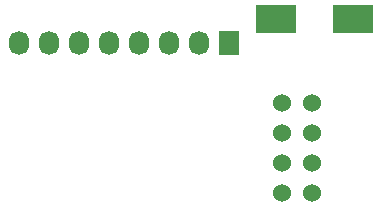
<source format=gts>
G04 #@! TF.FileFunction,Soldermask,Top*
%FSLAX46Y46*%
G04 Gerber Fmt 4.6, Leading zero omitted, Abs format (unit mm)*
G04 Created by KiCad (PCBNEW (2015-11-17 BZR 6321)-product) date Tue 01 Dec 2015 12:21:10 PM PST*
%MOMM*%
G01*
G04 APERTURE LIST*
%ADD10C,0.152400*%
%ADD11R,3.500120X2.400300*%
%ADD12C,1.524000*%
%ADD13R,1.727200X2.032000*%
%ADD14O,1.727200X2.032000*%
G04 APERTURE END LIST*
D10*
D11*
X174802800Y-97028000D03*
X181305200Y-97028000D03*
D12*
X177800000Y-111760000D03*
X177800000Y-109220000D03*
X177800000Y-106680000D03*
X177800000Y-104140000D03*
X175260000Y-104140000D03*
X175260000Y-106680000D03*
X175260000Y-109220000D03*
X175260000Y-111760000D03*
D13*
X170815000Y-99060000D03*
D14*
X168275000Y-99060000D03*
X165735000Y-99060000D03*
X163195000Y-99060000D03*
X160655000Y-99060000D03*
X158115000Y-99060000D03*
X155575000Y-99060000D03*
X153035000Y-99060000D03*
M02*

</source>
